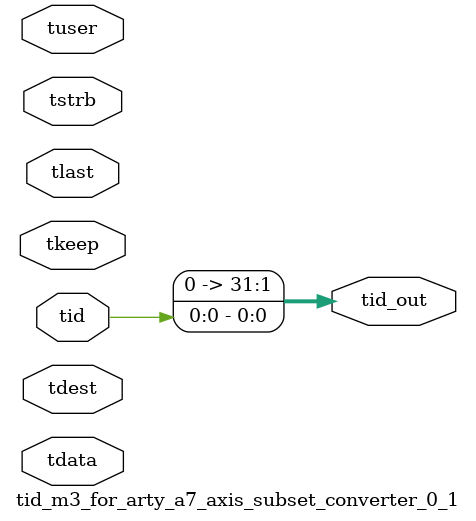
<source format=v>


`timescale 1ps/1ps

module tid_m3_for_arty_a7_axis_subset_converter_0_1 #
(
parameter C_S_AXIS_TID_WIDTH   = 1,
parameter C_S_AXIS_TUSER_WIDTH = 0,
parameter C_S_AXIS_TDATA_WIDTH = 0,
parameter C_S_AXIS_TDEST_WIDTH = 0,
parameter C_M_AXIS_TID_WIDTH   = 32
)
(
input  [(C_S_AXIS_TID_WIDTH   == 0 ? 1 : C_S_AXIS_TID_WIDTH)-1:0       ] tid,
input  [(C_S_AXIS_TDATA_WIDTH == 0 ? 1 : C_S_AXIS_TDATA_WIDTH)-1:0     ] tdata,
input  [(C_S_AXIS_TUSER_WIDTH == 0 ? 1 : C_S_AXIS_TUSER_WIDTH)-1:0     ] tuser,
input  [(C_S_AXIS_TDEST_WIDTH == 0 ? 1 : C_S_AXIS_TDEST_WIDTH)-1:0     ] tdest,
input  [(C_S_AXIS_TDATA_WIDTH/8)-1:0 ] tkeep,
input  [(C_S_AXIS_TDATA_WIDTH/8)-1:0 ] tstrb,
input                                                                    tlast,
output [(C_M_AXIS_TID_WIDTH   == 0 ? 1 : C_M_AXIS_TID_WIDTH)-1:0       ] tid_out
);

assign tid_out = {tid[0:0]};

endmodule


</source>
